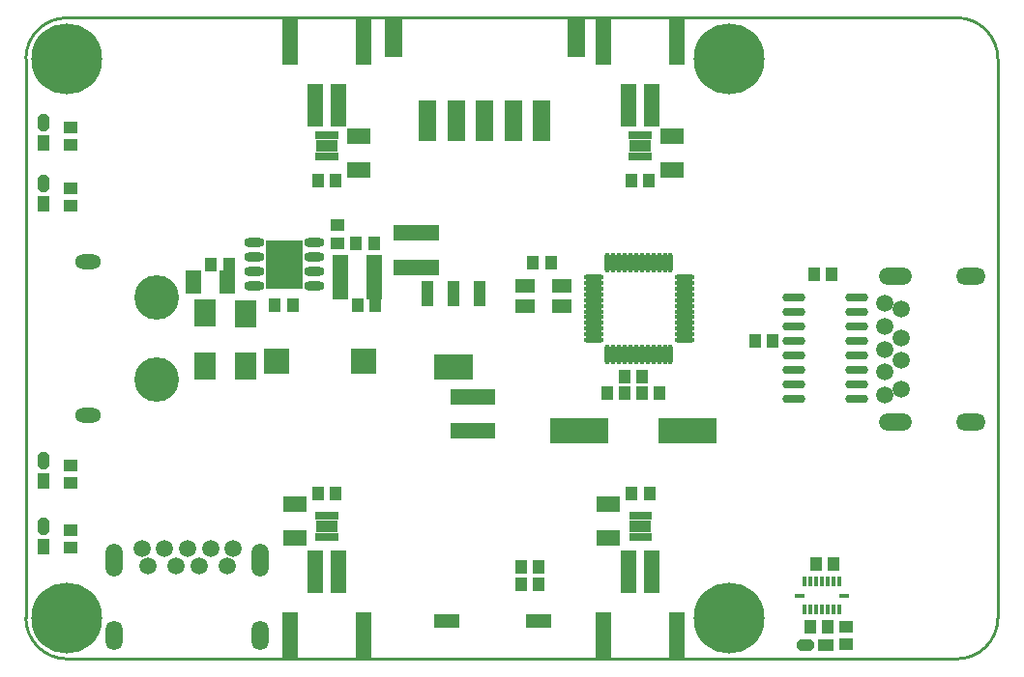
<source format=gts>
G04*
G04 #@! TF.GenerationSoftware,Altium Limited,Altium Designer,22.0.2 (36)*
G04*
G04 Layer_Color=8388736*
%FSLAX25Y25*%
%MOIN*%
G70*
G04*
G04 #@! TF.SameCoordinates,A6D4CE7A-EFCD-4D6A-9A72-3AB9F5591AE9*
G04*
G04*
G04 #@! TF.FilePolarity,Negative*
G04*
G01*
G75*
%ADD16C,0.01000*%
%ADD47R,0.20485X0.08674*%
%ADD48R,0.04461X0.04658*%
%ADD49O,0.07887X0.02965*%
%ADD50R,0.06299X0.14173*%
%ADD51R,0.05524X0.16548*%
%ADD52R,0.05524X0.14580*%
%ADD53R,0.01902X0.02788*%
%ADD54R,0.07296X0.04343*%
%ADD55R,0.07887X0.05249*%
%ADD56O,0.07099X0.03162*%
%ADD57R,0.12611X0.16548*%
%ADD58R,0.05249X0.07887*%
%ADD59R,0.07690X0.09461*%
%ADD60O,0.01784X0.06902*%
%ADD61O,0.06902X0.01784*%
%ADD62R,0.06883X0.04725*%
%ADD63R,0.13398X0.08674*%
%ADD64R,0.04147X0.08674*%
%ADD65R,0.08674X0.05131*%
%ADD66R,0.08674X0.08674*%
G04:AMPARAMS|DCode=67|XSize=58mil|YSize=43mil|CornerRadius=0mil|HoleSize=0mil|Usage=FLASHONLY|Rotation=90.000|XOffset=0mil|YOffset=0mil|HoleType=Round|Shape=Octagon|*
%AMOCTAGOND67*
4,1,8,0.01075,0.02900,-0.01075,0.02900,-0.02150,0.01825,-0.02150,-0.01825,-0.01075,-0.02900,0.01075,-0.02900,0.02150,-0.01825,0.02150,0.01825,0.01075,0.02900,0.0*
%
%ADD67OCTAGOND67*%

%ADD68R,0.04300X0.05800*%
G04:AMPARAMS|DCode=69|XSize=58mil|YSize=43mil|CornerRadius=0mil|HoleSize=0mil|Usage=FLASHONLY|Rotation=180.000|XOffset=0mil|YOffset=0mil|HoleType=Round|Shape=Octagon|*
%AMOCTAGOND69*
4,1,8,-0.02900,0.01075,-0.02900,-0.01075,-0.01825,-0.02150,0.01825,-0.02150,0.02900,-0.01075,0.02900,0.01075,0.01825,0.02150,-0.01825,0.02150,-0.02900,0.01075,0.0*
%
%ADD69OCTAGOND69*%

%ADD70R,0.05800X0.04300*%
%ADD71R,0.04658X0.04461*%
%ADD72R,0.01784X0.03359*%
%ADD73R,0.03359X0.01784*%
%ADD74C,0.15354*%
%ADD75O,0.09055X0.05118*%
%ADD76C,0.05918*%
%ADD77O,0.05918X0.11430*%
%ADD78O,0.05918X0.10249*%
%ADD79O,0.11430X0.05918*%
%ADD80O,0.10249X0.05918*%
%ADD81C,0.24422*%
D16*
X351500Y54398D02*
G03*
X365673Y68571I0J14173D01*
G01*
Y261500D02*
G03*
X351500Y275673I-14173J0D01*
G01*
X30579Y68571D02*
G03*
X44752Y54398I14173J0D01*
G01*
Y275658D02*
G03*
X30579Y261484I0J-14173D01*
G01*
X44752Y275658D02*
X351500D01*
X365673Y68571D02*
Y261500D01*
X44752Y54398D02*
X351500D01*
X30579Y68571D02*
Y261484D01*
D47*
X221299Y133259D02*
D03*
X258701D02*
D03*
D48*
X243032Y146259D02*
D03*
X249095D02*
D03*
X239405Y219500D02*
D03*
X245468D02*
D03*
X137500D02*
D03*
X131437D02*
D03*
X116500Y176500D02*
D03*
X122563D02*
D03*
X131370Y111500D02*
D03*
X137433D02*
D03*
X94500Y190500D02*
D03*
X100563D02*
D03*
X205500Y191000D02*
D03*
X211563D02*
D03*
X307000Y65500D02*
D03*
X300937D02*
D03*
X303000Y87000D02*
D03*
X309063D02*
D03*
X302437Y187000D02*
D03*
X308500D02*
D03*
X281937Y164000D02*
D03*
X288000D02*
D03*
X245563Y111500D02*
D03*
X239500D02*
D03*
X236968Y146259D02*
D03*
X230906D02*
D03*
X201185Y80000D02*
D03*
X207248D02*
D03*
X150563Y197968D02*
D03*
X144500D02*
D03*
X207248Y86000D02*
D03*
X201185D02*
D03*
X243032Y151759D02*
D03*
X236968D02*
D03*
X151000Y176469D02*
D03*
X144937D02*
D03*
D49*
X317154Y144000D02*
D03*
Y149000D02*
D03*
Y154000D02*
D03*
Y159000D02*
D03*
Y164000D02*
D03*
Y169000D02*
D03*
Y174000D02*
D03*
Y179000D02*
D03*
X295500Y144000D02*
D03*
Y149000D02*
D03*
Y154000D02*
D03*
Y159000D02*
D03*
Y164000D02*
D03*
Y169000D02*
D03*
Y174000D02*
D03*
Y179000D02*
D03*
D50*
X169122Y240000D02*
D03*
X157389Y269133D02*
D03*
X220225D02*
D03*
X178964Y240001D02*
D03*
X188807D02*
D03*
X198649D02*
D03*
X208492Y240000D02*
D03*
D51*
X121803Y267946D02*
D03*
X147000D02*
D03*
X229839D02*
D03*
X255035D02*
D03*
X147000Y61978D02*
D03*
X121803Y61976D02*
D03*
X229839Y61978D02*
D03*
X255035D02*
D03*
D52*
X138339Y245308D02*
D03*
X130465D02*
D03*
X246374D02*
D03*
X238500D02*
D03*
X138339Y84616D02*
D03*
X130465D02*
D03*
X246374D02*
D03*
X238500D02*
D03*
D53*
X137355Y235000D02*
D03*
X135386D02*
D03*
X133418D02*
D03*
X131449D02*
D03*
Y227696D02*
D03*
X133418D02*
D03*
X135386D02*
D03*
X137355D02*
D03*
X245390D02*
D03*
X243421D02*
D03*
X241453D02*
D03*
X239484D02*
D03*
Y235000D02*
D03*
X241453D02*
D03*
X243421D02*
D03*
X245390D02*
D03*
X131449Y103652D02*
D03*
X133418D02*
D03*
X135386D02*
D03*
X137355D02*
D03*
Y96348D02*
D03*
X135386D02*
D03*
X133418D02*
D03*
X131449D02*
D03*
X239547D02*
D03*
X241516D02*
D03*
X243484D02*
D03*
X245453D02*
D03*
Y103652D02*
D03*
X243484D02*
D03*
X241516D02*
D03*
X239547D02*
D03*
D54*
X134402Y231348D02*
D03*
X242437D02*
D03*
X134402Y100000D02*
D03*
X242500D02*
D03*
D55*
X145500Y223134D02*
D03*
Y234866D02*
D03*
X253500D02*
D03*
Y223134D02*
D03*
X123500Y96134D02*
D03*
Y107866D02*
D03*
X161500Y201366D02*
D03*
Y189634D02*
D03*
X231500Y107866D02*
D03*
Y96134D02*
D03*
X169000Y189634D02*
D03*
Y201366D02*
D03*
X181000Y144866D02*
D03*
Y133134D02*
D03*
X188500Y144866D02*
D03*
Y133134D02*
D03*
D56*
X109500Y198000D02*
D03*
X109500Y193000D02*
D03*
Y188000D02*
D03*
X109500Y183000D02*
D03*
X129972Y198000D02*
D03*
X129972Y193000D02*
D03*
Y188000D02*
D03*
X129972Y183000D02*
D03*
D57*
X119736Y190500D02*
D03*
D58*
X100169Y184500D02*
D03*
X88437D02*
D03*
X150606Y182468D02*
D03*
X138874D02*
D03*
X150606Y189969D02*
D03*
X138874D02*
D03*
D59*
X92500Y173726D02*
D03*
Y155615D02*
D03*
X106500Y155445D02*
D03*
Y173555D02*
D03*
D60*
X231173Y159512D02*
D03*
X233142D02*
D03*
X235110D02*
D03*
X237079D02*
D03*
X239047D02*
D03*
X241016D02*
D03*
X242984D02*
D03*
X244953D02*
D03*
X246921D02*
D03*
X248890D02*
D03*
X250858D02*
D03*
X252827D02*
D03*
Y191005D02*
D03*
X250858D02*
D03*
X248890D02*
D03*
X246921D02*
D03*
X244953D02*
D03*
X242984D02*
D03*
X241016D02*
D03*
X239047D02*
D03*
X237079D02*
D03*
X235110D02*
D03*
X233142D02*
D03*
X231173D02*
D03*
D61*
X257747Y164432D02*
D03*
Y166400D02*
D03*
Y168369D02*
D03*
Y170337D02*
D03*
Y172306D02*
D03*
Y174274D02*
D03*
Y176243D02*
D03*
Y178211D02*
D03*
Y180180D02*
D03*
Y182149D02*
D03*
Y184117D02*
D03*
Y186085D02*
D03*
X226254D02*
D03*
Y184117D02*
D03*
Y182149D02*
D03*
Y180180D02*
D03*
Y178211D02*
D03*
Y176243D02*
D03*
Y174274D02*
D03*
Y172306D02*
D03*
Y170337D02*
D03*
Y168369D02*
D03*
Y166400D02*
D03*
Y164432D02*
D03*
D62*
X202553Y183004D02*
D03*
Y175996D02*
D03*
X215447D02*
D03*
Y183004D02*
D03*
D63*
X178000Y155000D02*
D03*
D64*
X168945Y180500D02*
D03*
X178000D02*
D03*
X187055D02*
D03*
D65*
X175752Y67500D02*
D03*
X207248D02*
D03*
D66*
X117000Y157000D02*
D03*
X147000D02*
D03*
D67*
X36526Y122759D02*
D03*
Y239500D02*
D03*
Y218500D02*
D03*
Y100259D02*
D03*
D68*
Y115759D02*
D03*
Y232501D02*
D03*
Y211500D02*
D03*
Y93259D02*
D03*
D69*
X299500Y59263D02*
D03*
D70*
X306500D02*
D03*
D71*
X46000Y121228D02*
D03*
Y115165D02*
D03*
Y231906D02*
D03*
Y237969D02*
D03*
Y216968D02*
D03*
Y210906D02*
D03*
X138000Y197937D02*
D03*
Y204000D02*
D03*
X313500Y59469D02*
D03*
Y65531D02*
D03*
X46000Y98728D02*
D03*
Y92665D02*
D03*
D72*
X310905Y71552D02*
D03*
X308937Y71552D02*
D03*
X306968Y71552D02*
D03*
X305000Y71552D02*
D03*
X303032Y71552D02*
D03*
X301063D02*
D03*
X299094Y71552D02*
D03*
Y81000D02*
D03*
X301063Y81000D02*
D03*
X303032Y81000D02*
D03*
X305000Y81000D02*
D03*
X306968Y81000D02*
D03*
X308937Y81000D02*
D03*
X310905Y81000D02*
D03*
D73*
X297469Y76276D02*
D03*
X312547D02*
D03*
D74*
X75681Y179201D02*
D03*
Y150855D02*
D03*
D75*
X52059Y191603D02*
D03*
Y138453D02*
D03*
D76*
X72524Y86516D02*
D03*
X82366D02*
D03*
X90240D02*
D03*
X100083D02*
D03*
X102051Y92422D02*
D03*
X94177D02*
D03*
X86303D02*
D03*
X78429D02*
D03*
X70555D02*
D03*
X332469Y147520D02*
D03*
Y157362D02*
D03*
Y165236D02*
D03*
Y175079D02*
D03*
X326563Y177047D02*
D03*
Y169173D02*
D03*
Y161299D02*
D03*
Y153425D02*
D03*
Y145551D02*
D03*
D77*
X61106Y88485D02*
D03*
X111500D02*
D03*
D78*
Y62500D02*
D03*
X61106D02*
D03*
D79*
X330500Y136102D02*
D03*
Y186496D02*
D03*
D80*
X356485D02*
D03*
Y136102D02*
D03*
D81*
X44752Y261484D02*
D03*
Y68571D02*
D03*
X273098D02*
D03*
Y261484D02*
D03*
M02*

</source>
